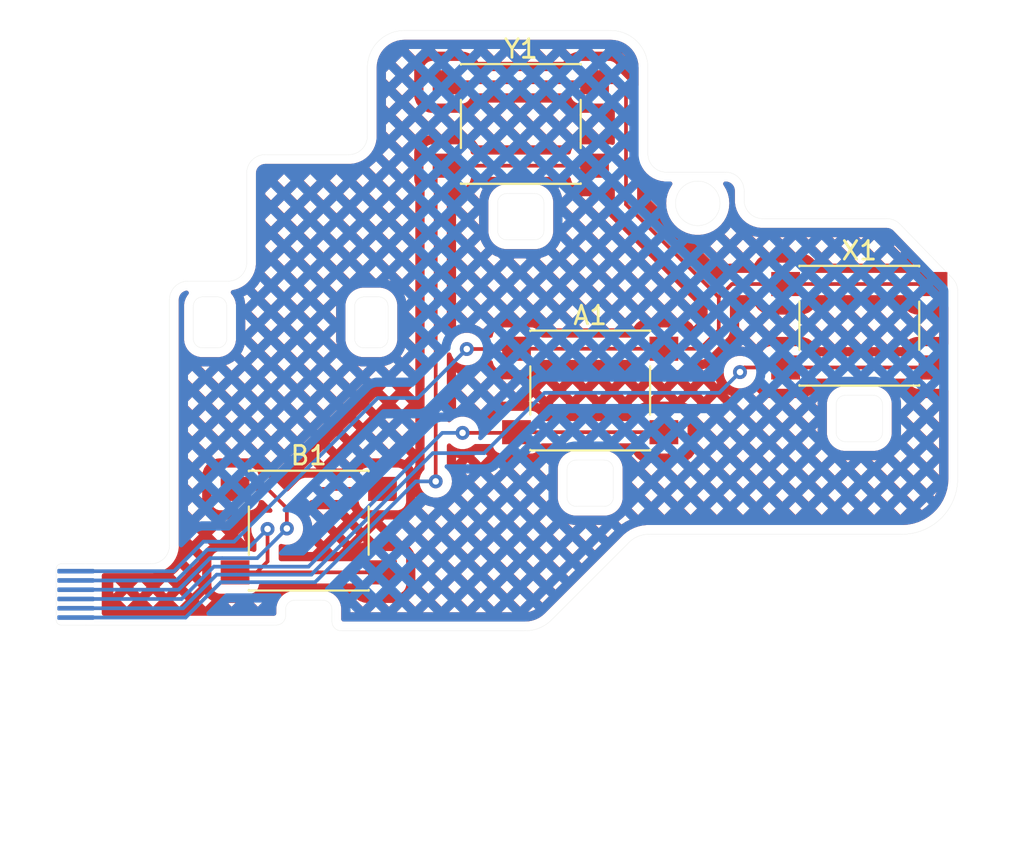
<source format=kicad_pcb>
(kicad_pcb (version 20240108) (generator "pcbnew") (generator_version "8.0")
  (layers (0 "F.Cu" signal) (31 "B.Cu" signal) (35 "F.Paste" user) (36 "B.SilkS" user "B.Silkscreen") (37 "F.SilkS" user "F.Silkscreen") (38 "B.Mask" user) (39 "F.Mask" user) (44 "Edge.Cuts" user))
  (net 0 "")
  (net 1 "X1")
  (net 2 "X2")
  (net 3 "X6")
  (net 4 "X5")
  (net 5 "X3")
  (net 6 "X4")
  (footprint "Button_Switch_SMD:SW_Push_1P1T_NO_6x6mm_H9.5mm" (layer "F.Cu") (at 89.598656 75.88414)
    (property "Reference" "B1" (at 0 -4.05 0) (layer "F.SilkS"))
    (property "Value" "SW_Push")
    (fp_line (start -3.23 -3.23) (end 3.23 -3.23) (stroke (width 0.12)) (layer "F.SilkS"))
    (fp_line (start -3.23 -3.2) (end -3.23 -3.23) (stroke (width 0.12)) (layer "F.SilkS"))
    (fp_line (start -3.23 -1.3) (end -3.23 1.3) (stroke (width 0.12)) (layer "F.SilkS"))
    (fp_line (start -3.23 3.23) (end -3.23 3.2) (stroke (width 0.12)) (layer "F.SilkS"))
    (fp_line (start -3.23 3.23) (end 3.23 3.23) (stroke (width 0.12)) (layer "F.SilkS"))
    (fp_line (start 3.23 -3.23) (end 3.23 -3.2) (stroke (width 0.12)) (layer "F.SilkS"))
    (fp_line (start 3.23 -1.3) (end 3.23 1.3) (stroke (width 0.12)) (layer "F.SilkS"))
    (fp_line (start 3.23 3.23) (end 3.23 3.2) (stroke (width 0.12)) (layer "F.SilkS"))
    (pad "1" smd rect (at -3.975 -2.25) (size 1.55 1.3) (layers "F.Cu" "F.Paste" "F.Mask") (net 3 "X6"))
    (pad "1" smd rect (at 3.975 -2.25) (size 1.55 1.3) (layers "F.Cu" "F.Paste" "F.Mask") (net 3 "X6"))
    (pad "2" smd rect (at -3.975 2.25) (size 1.55 1.3) (layers "F.Cu" "F.Paste" "F.Mask") (net 4 "X5"))
    (pad "2" smd rect (at 3.975 2.25) (size 1.55 1.3) (layers "F.Cu" "F.Paste" "F.Mask") (net 4 "X5"))
  )
  (footprint "Button_Switch_SMD:SW_Push_1P1T_NO_6x6mm_H9.5mm" (layer "F.Cu") (at 101.032875 53.954226)
    (property "Reference" "Y1" (at 0 -4.05 0) (layer "F.SilkS"))
    (property "Value" "SW_Push")
    (fp_line (start -3.23 -3.23) (end 3.23 -3.23) (stroke (width 0.12)) (layer "F.SilkS"))
    (fp_line (start -3.23 -3.2) (end -3.23 -3.23) (stroke (width 0.12)) (layer "F.SilkS"))
    (fp_line (start -3.23 -1.3) (end -3.23 1.3) (stroke (width 0.12)) (layer "F.SilkS"))
    (fp_line (start -3.23 3.23) (end -3.23 3.2) (stroke (width 0.12)) (layer "F.SilkS"))
    (fp_line (start -3.23 3.23) (end 3.23 3.23) (stroke (width 0.12)) (layer "F.SilkS"))
    (fp_line (start 3.23 -3.23) (end 3.23 -3.2) (stroke (width 0.12)) (layer "F.SilkS"))
    (fp_line (start 3.23 -1.3) (end 3.23 1.3) (stroke (width 0.12)) (layer "F.SilkS"))
    (fp_line (start 3.23 3.23) (end 3.23 3.2) (stroke (width 0.12)) (layer "F.SilkS"))
    (pad "1" smd rect (at -3.975 -2.25) (size 1.55 1.3) (layers "F.Cu" "F.Paste" "F.Mask") (net 1 "X1"))
    (pad "1" smd rect (at 3.975 -2.25) (size 1.55 1.3) (layers "F.Cu" "F.Paste" "F.Mask") (net 1 "X1"))
    (pad "2" smd rect (at -3.975 2.25) (size 1.55 1.3) (layers "F.Cu" "F.Paste" "F.Mask") (net 6 "X4"))
    (pad "2" smd rect (at 3.975 2.25) (size 1.55 1.3) (layers "F.Cu" "F.Paste" "F.Mask") (net 6 "X4"))
  )
  (footprint "Button_Switch_SMD:SW_Push_1P1T_NO_6x6mm_H9.5mm" (layer "F.Cu") (at 104.775 68.326)
    (property "Reference" "A1" (at 0 -4.05 0) (layer "F.SilkS"))
    (property "Value" "SW_Push")
    (fp_line (start -3.23 -3.23) (end 3.23 -3.23) (stroke (width 0.12)) (layer "F.SilkS"))
    (fp_line (start -3.23 -3.2) (end -3.23 -3.23) (stroke (width 0.12)) (layer "F.SilkS"))
    (fp_line (start -3.23 -1.3) (end -3.23 1.3) (stroke (width 0.12)) (layer "F.SilkS"))
    (fp_line (start -3.23 3.23) (end -3.23 3.2) (stroke (width 0.12)) (layer "F.SilkS"))
    (fp_line (start -3.23 3.23) (end 3.23 3.23) (stroke (width 0.12)) (layer "F.SilkS"))
    (fp_line (start 3.23 -3.23) (end 3.23 -3.2) (stroke (width 0.12)) (layer "F.SilkS"))
    (fp_line (start 3.23 -1.3) (end 3.23 1.3) (stroke (width 0.12)) (layer "F.SilkS"))
    (fp_line (start 3.23 3.23) (end 3.23 3.2) (stroke (width 0.12)) (layer "F.SilkS"))
    (pad "1" smd rect (at -3.975 -2.25) (size 1.55 1.3) (layers "F.Cu" "F.Paste" "F.Mask") (net 1 "X1"))
    (pad "1" smd rect (at 3.975 -2.25) (size 1.55 1.3) (layers "F.Cu" "F.Paste" "F.Mask") (net 1 "X1"))
    (pad "2" smd rect (at -3.975 2.25) (size 1.55 1.3) (layers "F.Cu" "F.Paste" "F.Mask") (net 2 "X2"))
    (pad "2" smd rect (at 3.975 2.25) (size 1.55 1.3) (layers "F.Cu" "F.Paste" "F.Mask") (net 2 "X2"))
  )
  (footprint "Button_Switch_SMD:SW_Push_1P1T_NO_6x6mm_H9.5mm" (layer "F.Cu") (at 119.28796 64.835602)
    (property "Reference" "X1" (at 0 -4.05 0) (layer "F.SilkS"))
    (property "Value" "SW_Push")
    (fp_line (start -3.23 -3.23) (end 3.23 -3.23) (stroke (width 0.12)) (layer "F.SilkS"))
    (fp_line (start -3.23 -3.2) (end -3.23 -3.23) (stroke (width 0.12)) (layer "F.SilkS"))
    (fp_line (start -3.23 -1.3) (end -3.23 1.3) (stroke (width 0.12)) (layer "F.SilkS"))
    (fp_line (start -3.23 3.23) (end -3.23 3.2) (stroke (width 0.12)) (layer "F.SilkS"))
    (fp_line (start -3.23 3.23) (end 3.23 3.23) (stroke (width 0.12)) (layer "F.SilkS"))
    (fp_line (start 3.23 -3.23) (end 3.23 -3.2) (stroke (width 0.12)) (layer "F.SilkS"))
    (fp_line (start 3.23 -1.3) (end 3.23 1.3) (stroke (width 0.12)) (layer "F.SilkS"))
    (fp_line (start 3.23 3.23) (end 3.23 3.2) (stroke (width 0.12)) (layer "F.SilkS"))
    (pad "1" smd rect (at -3.975 -2.25) (size 1.55 1.3) (layers "F.Cu" "F.Paste" "F.Mask") (net 1 "X1"))
    (pad "1" smd rect (at 3.975 -2.25) (size 1.55 1.3) (layers "F.Cu" "F.Paste" "F.Mask") (net 1 "X1"))
    (pad "2" smd rect (at -3.975 2.25) (size 1.55 1.3) (layers "F.Cu" "F.Paste" "F.Mask") (net 5 "X3"))
    (pad "2" smd rect (at 3.975 2.25) (size 1.55 1.3) (layers "F.Cu" "F.Paste" "F.Mask") (net 5 "X3"))
  )
  (footprint "ADU:molex_5034800640_ribbon" (layer "B.Cu") (at 77.5382 79.3202 90)
    (property "Reference" "PINS1" (hide yes))
    (property "Value" "503480-0640" (hide yes))
    (pad "1" connect roundrect (at 1.25 -0.5 90) (size 0.25 2) (layers "B.Cu" "B.Mask") (net 1 "X1"))
    (pad "2" connect roundrect (at 0.75 -0.5 90) (size 0.25 2) (layers "B.Cu" "B.Mask") (net 4 "X5"))
    (pad "3" connect roundrect (at 0.25 -0.5 90) (size 0.25 2) (layers "B.Cu" "B.Mask") (net 3 "X6"))
    (pad "4" connect roundrect (at -0.25 -0.5 90) (size 0.25 2) (layers "B.Cu" "B.Mask") (net 2 "X2"))
    (pad "5" connect roundrect (at -0.75 -0.5 90) (size 0.25 2) (layers "B.Cu" "B.Mask") (net 5 "X3"))
    (pad "6" connect roundrect (at -1.25 -0.5 90) (size 0.25 2) (layers "B.Cu" "B.Mask") (net 6 "X4"))
  )
  (gr_arc (start 75.98874 77.925921) (mid 76.063459 77.747596) (end 76.24298 77.675799) (stroke (width 0.01)) (layer "Edge.Cuts"))
  (gr_arc (start 88.348653 80.134121) (mid 88.495103 79.780587) (end 88.848653 79.634139) (stroke (width 0.01)) (layer "Edge.Cuts"))
  (gr_line (start 86.25107 61.430221) (end 86.25107 56.607021) (stroke (width 0.01)) (layer "Edge.Cuts"))
  (gr_line (start 102.282872 59.704221) (end 102.282872 58.199639) (stroke (width 0.01)) (layer "Edge.Cuts"))
  (gr_arc (start 93.374497 63.280039) (mid 93.72931 63.427757) (end 93.874465 63.783626) (stroke (width 0.01)) (layer "Edge.Cuts"))
  (gr_arc (start 92.074465 63.780021) (mid 92.220916 63.426492) (end 92.574465 63.280039) (stroke (width 0.01)) (layer "Edge.Cuts"))
  (gr_line (start 75.98874 80.722659) (end 75.98874 77.925921) (stroke (width 0.01)) (layer "Edge.Cuts"))
  (gr_arc (start 83.874497 66.030039) (mid 83.520931 65.883587) (end 83.374479 65.530021) (stroke (width 0.01)) (layer "Edge.Cuts"))
  (gr_line (start 83.874465 63.280039) (end 84.674497 63.280039) (stroke (width 0.01)) (layer "Edge.Cuts"))
  (gr_arc (start 103.524997 72.576021) (mid 103.671444 72.222468) (end 104.024997 72.076021) (stroke (width 0.01)) (layer "Edge.Cuts"))
  (gr_line (start 83.374465 65.530021) (end 83.374465 63.780021) (stroke (width 0.01)) (layer "Edge.Cuts"))
  (gr_arc (start 83.374465 63.780021) (mid 83.520916 63.426492) (end 83.874465 63.280039) (stroke (width 0.01)) (layer "Edge.Cuts"))
  (gr_arc (start 105.884997 48.91393) (mid 107.299204 49.499714) (end 107.884991 50.913921) (stroke (width 0.01)) (layer "Edge.Cuts"))
  (gr_arc (start 120.037997 68.585601) (mid 120.391522 68.732052) (end 120.537957 69.085601) (stroke (width 0.01)) (layer "Edge.Cuts"))
  (gr_arc (start 118.037957 69.085621) (mid 118.182838 68.733624) (end 118.533525 68.585601) (stroke (width 0.01)) (layer "Edge.Cuts"))
  (gr_arc (start 114.076097 59.058947) (mid 113.370296 58.767368) (end 113.076078 58.062662) (stroke (width 0.01)) (layer "Edge.Cuts"))
  (gr_arc (start 112.076097 56.555631) (mid 112.784609 56.849937) (end 113.076078 57.55962) (stroke (width 0.01)) (layer "Edge.Cuts"))
  (gr_line (start 93.367397 66.030039) (end 92.574497 66.030039) (stroke (width 0.01)) (layer "Edge.Cuts"))
  (gr_arc (start 106.865924 76.520848) (mid 107.352565 76.195685) (end 107.926597 76.081503) (stroke (width 0.01)) (layer "Edge.Cuts"))
  (gr_arc (start 86.25107 61.430221) (mid 85.958175 62.137318) (end 85.25107 62.43021) (stroke (width 0.01)) (layer "Edge.Cuts"))
  (gr_line (start 83.374479 65.530021) (end 83.374465 65.530021) (stroke (width 0.01)) (layer "Edge.Cuts"))
  (gr_arc (start 101.782897 57.704225) (mid 102.134824 57.849054) (end 102.282872 58.199639) (stroke (width 0.01)) (layer "Edge.Cuts"))
  (gr_line (start 92.074465 65.530021) (end 92.074465 63.780021) (stroke (width 0.01)) (layer "Edge.Cuts"))
  (gr_arc (start 99.782872 58.204221) (mid 99.927427 57.852559) (end 100.277512 57.704225) (stroke (width 0.01)) (layer "Edge.Cuts"))
  (gr_arc (start 92.759692 54.607021) (mid 92.468298 55.312623) (end 91.763939 55.607006) (stroke (width 0.01)) (layer "Edge.Cuts"))
  (gr_line (start 76.24298 77.675799) (end 77.56874 77.675799) (stroke (width 0.01)) (layer "Edge.Cuts"))
  (gr_arc (start 102.282872 59.704221) (mid 102.13932 60.054828) (end 101.791163 60.204225) (stroke (width 0.01)) (layer "Edge.Cuts"))
  (gr_line (start 118.538097 71.085601) (end 120.037957 71.085601) (stroke (width 0.01)) (layer "Edge.Cuts"))
  (gr_line (start 104.024997 74.575999) (end 105.529687 74.575999) (stroke (width 0.01)) (layer "Edge.Cuts"))
  (gr_arc (start 82.08701 76.675841) (mid 81.794114 77.382931) (end 81.08701 77.675799) (stroke (width 0.01)) (layer "Edge.Cuts"))
  (gr_line (start 101.263116 81.285758) (end 91.348697 81.285758) (stroke (width 0.01)) (layer "Edge.Cuts"))
  (gr_line (start 77.56874 77.675799) (end 81.08701 77.675799) (stroke (width 0.01)) (layer "Edge.Cuts"))
  (gr_line (start 94.76718 48.91393) (end 105.884997 48.91393) (stroke (width 0.01)) (layer "Edge.Cuts"))
  (gr_line (start 121.490696 59.366811) (end 124.309198 62.272708) (stroke (width 0.01)) (layer "Edge.Cuts"))
  (gr_arc (start 92.759692 50.913921) (mid 93.348128 49.497061) (end 94.76718 48.91393) (stroke (width 0.01)) (layer "Edge.Cuts"))
  (gr_arc (start 118.538097 71.085601) (mid 118.186695 70.941366) (end 118.037957 70.591845) (stroke (width 0.01)) (layer "Edge.Cuts"))
  (gr_line (start 82.08701 76.675841) (end 82.08701 63.430221) (stroke (width 0.01)) (layer "Edge.Cuts"))
  (gr_arc (start 108.884997 56.555631) (mid 108.177883 56.262735) (end 107.884991 55.555621) (stroke (width 0.01)) (layer "Edge.Cuts"))
  (gr_line (start 101.782897 57.704225) (end 100.277512 57.704225) (stroke (width 0.01)) (layer "Edge.Cuts"))
  (gr_line (start 83.08701 62.43021) (end 85.25107 62.43021) (stroke (width 0.01)) (layer "Edge.Cuts"))
  (gr_line (start 105.524997 72.075999) (end 104.024997 72.075999) (stroke (width 0.01)) (layer "Edge.Cuts"))
  (gr_line (start 103.524997 72.576021) (end 103.524997 74.075999) (stroke (width 0.01)) (layer "Edge.Cuts"))
  (gr_line (start 90.84866 80.785721) (end 90.848653 80.785721) (stroke (width 0.01)) (layer "Edge.Cuts"))
  (gr_line (start 106.024997 74.076021) (end 106.024997 72.571439) (stroke (width 0.01)) (layer "Edge.Cuts"))
  (gr_line (start 124.591331 62.977865) (end 124.591331 73.081561) (stroke (width 0.01)) (layer "Edge.Cuts"))
  (gr_arc (start 105.524997 72.075999) (mid 105.876942 72.220836) (end 106.024997 72.571439) (stroke (width 0.01)) (layer "Edge.Cuts"))
  (gr_arc (start 124.309198 62.272708) (mid 124.519789 62.597468) (end 124.591331 62.977865) (stroke (width 0.01)) (layer "Edge.Cuts"))
  (gr_line (start 107.926597 76.081503) (end 107.926597 76.081496) (stroke (width 0.01)) (layer "Edge.Cuts"))
  (gr_arc (start 91.348697 81.285758) (mid 90.995117 81.139301) (end 90.84866 80.785721) (stroke (width 0.01)) (layer "Edge.Cuts"))
  (gr_line (start 88.348653 80.134121) (end 88.348653 80.475821) (stroke (width 0.01)) (layer "Edge.Cuts"))
  (gr_arc (start 90.348697 79.634139) (mid 90.700431 79.778782) (end 90.848653 80.129023) (stroke (width 0.01)) (layer "Edge.Cuts"))
  (gr_arc (start 85.174465 65.530021) (mid 85.025486 65.886059) (end 84.667397 66.030039) (stroke (width 0.01)) (layer "Edge.Cuts"))
  (gr_line (start 100.282897 60.204225) (end 101.791163 60.204225) (stroke (width 0.01)) (layer "Edge.Cuts"))
  (gr_line (start 90.848653 80.785721) (end 90.848653 80.129023) (stroke (width 0.01)) (layer "Edge.Cuts"))
  (gr_arc (start 76.238697 80.975799) (mid 76.060821 80.901461) (end 75.98874 80.722659) (stroke (width 0.01)) (layer "Edge.Cuts"))
  (gr_arc (start 120.768897 59.058947) (mid 121.161259 59.139121) (end 121.490696 59.366811) (stroke (width 0.01)) (layer "Edge.Cuts"))
  (gr_line (start 121.591397 76.081496) (end 107.926597 76.081496) (stroke (width 0.01)) (layer "Edge.Cuts"))
  (gr_arc (start 93.874465 65.530021) (mid 93.725486 65.886059) (end 93.367397 66.030039) (stroke (width 0.01)) (layer "Edge.Cuts"))
  (gr_line (start 106.865924 76.520848) (end 102.686824 80.699948) (stroke (width 0.01)) (layer "Edge.Cuts"))
  (gr_line (start 120.037997 68.585601) (end 118.533525 68.585601) (stroke (width 0.01)) (layer "Edge.Cuts"))
  (gr_arc (start 102.686824 80.699948) (mid 102.033584 81.135297) (end 101.263116 81.285758) (stroke (width 0.01)) (layer "Edge.Cuts"))
  (gr_arc (start 100.282897 60.204225) (mid 99.929341 60.057777) (end 99.782893 59.704221) (stroke (width 0.01)) (layer "Edge.Cuts"))
  (gr_line (start 118.037957 69.085621) (end 118.037957 70.591845) (stroke (width 0.01)) (layer "Edge.Cuts"))
  (gr_arc (start 106.024997 74.076021) (mid 105.880205 74.427912) (end 105.529687 74.575999) (stroke (width 0.01)) (layer "Edge.Cuts"))
  (gr_line (start 99.782893 59.704221) (end 99.782872 59.704221) (stroke (width 0.01)) (layer "Edge.Cuts"))
  (gr_circle (center 110.574997 58.235999) (end 111.774997 58.235999) (stroke (width 0.01)) (fill none) (layer "Edge.Cuts"))
  (gr_arc (start 86.25107 56.607021) (mid 86.545705 55.898165) (end 87.255996 55.607006) (stroke (width 0.01)) (layer "Edge.Cuts"))
  (gr_line (start 99.782872 58.204221) (end 99.782872 59.704221) (stroke (width 0.01)) (layer "Edge.Cuts"))
  (gr_line (start 85.174465 63.783626) (end 85.174465 65.530021) (stroke (width 0.01)) (layer "Edge.Cuts"))
  (gr_line (start 87.848653 80.975799) (end 77.56874 80.975799) (stroke (width 0.01)) (layer "Edge.Cuts"))
  (gr_line (start 107.884991 50.913921) (end 107.884991 55.555621) (stroke (width 0.01)) (layer "Edge.Cuts"))
  (gr_arc (start 88.348653 80.475821) (mid 88.202204 80.829359) (end 87.848653 80.975799) (stroke (width 0.01)) (layer "Edge.Cuts"))
  (gr_line (start 90.348697 79.634139) (end 88.848653 79.634139) (stroke (width 0.01)) (layer "Edge.Cuts"))
  (gr_arc (start 104.024997 74.575999) (mid 103.671451 74.429551) (end 103.524997 74.075999) (stroke (width 0.01)) (layer "Edge.Cuts"))
  (gr_line (start 93.874465 63.783626) (end 93.874465 65.530021) (stroke (width 0.01)) (layer "Edge.Cuts"))
  (gr_line (start 92.574465 63.280039) (end 93.374497 63.280039) (stroke (width 0.01)) (layer "Edge.Cuts"))
  (gr_line (start 104.024997 72.076021) (end 104.024997 72.075999) (stroke (width 0.01)) (layer "Edge.Cuts"))
  (gr_arc (start 92.574497 66.030039) (mid 92.220931 65.883587) (end 92.074479 65.530021) (stroke (width 0.01)) (layer "Edge.Cuts"))
  (gr_line (start 114.076097 59.058947) (end 120.768897 59.058947) (stroke (width 0.01)) (layer "Edge.Cuts"))
  (gr_arc (start 84.674497 63.280039) (mid 85.02931 63.427757) (end 85.174465 63.783626) (stroke (width 0.01)) (layer "Edge.Cuts"))
  (gr_line (start 108.884997 56.555631) (end 112.076097 56.555631) (stroke (width 0.01)) (layer "Edge.Cuts"))
  (gr_arc (start 82.08701 63.430221) (mid 82.379904 62.723119) (end 83.08701 62.43021) (stroke (width 0.01)) (layer "Edge.Cuts"))
  (gr_arc (start 120.537957 70.585621) (mid 120.391508 70.93916) (end 120.037957 71.085601) (stroke (width 0.01)) (layer "Edge.Cuts"))
  (gr_line (start 92.759692 54.607021) (end 92.759692 50.913921) (stroke (width 0.01)) (layer "Edge.Cuts"))
  (gr_arc (start 124.591331 73.081561) (mid 123.712671 75.202835) (end 121.591397 76.081496) (stroke (width 0.01)) (layer "Edge.Cuts"))
  (gr_line (start 84.667397 66.030039) (end 83.874497 66.030039) (stroke (width 0.01)) (layer "Edge.Cuts"))
  (gr_line (start 120.537957 70.585621) (end 120.537957 69.085601) (stroke (width 0.01)) (layer "Edge.Cuts"))
  (gr_line (start 92.074479 65.530021) (end 92.074465 65.530021) (stroke (width 0.01)) (layer "Edge.Cuts"))
  (gr_line (start 87.255996 55.607006) (end 91.763939 55.607006) (stroke (width 0.01)) (layer "Edge.Cuts"))
  (gr_line (start 113.076078 57.55962) (end 113.076078 58.062662) (stroke (width 0.01)) (layer "Edge.Cuts"))
  (gr_line (start 77.56874 80.975799) (end 76.238697 80.975799) (stroke (width 0.01)) (layer "Edge.Cuts"))
  (segment (start 111.7092 63.2968) (end 112.420398 62.585602) (width 0.2) (layer "F.Cu") (net 1))
  (segment (start 112.420398 62.585602) (end 115.31296 62.585602) (width 0.2) (layer "F.Cu") (net 1))
  (segment (start 100.8 66.076) (end 108.75 66.076) (width 0.2) (layer "F.Cu") (net 1))
  (segment (start 105.007875 51.704226) (end 106.060226 51.704226) (width 0.2) (layer "F.Cu") (net 1))
  (segment (start 111.7092 65.0748) (end 111.7092 63.2968) (width 0.2) (layer "F.Cu") (net 1))
  (segment (start 100.7852 66.0908) (end 100.8 66.076) (width 0.2) (layer "F.Cu") (net 1))
  (segment (start 106.7054 52.3494) (end 106.7054 58.293) (width 0.2) (layer "F.Cu") (net 1))
  (segment (start 106.060226 51.704226) (end 106.7054 52.3494) (width 0.2) (layer "F.Cu") (net 1))
  (segment (start 106.7054 58.293) (end 111.7092 63.2968) (width 0.2) (layer "F.Cu") (net 1))
  (segment (start 115.31296 62.585602) (end 123.26296 62.585602) (width 0.2) (layer "F.Cu") (net 1))
  (segment (start 97.057875 51.704226) (end 105.007875 51.704226) (width 0.2) (layer "F.Cu") (net 1))
  (segment (start 98.1202 66.0908) (end 100.7852 66.0908) (width 0.2) (layer "F.Cu") (net 1))
  (segment (start 108.75 66.076) (end 110.708 66.076) (width 0.2) (layer "F.Cu") (net 1))
  (segment (start 110.708 66.076) (end 111.7092 65.0748) (width 0.2) (layer "F.Cu") (net 1))
  (via (at 98.1202 66.0908) (size 0.75) (drill 0.35) (layers "F.Cu" "B.Cu") (net 1))
  (segment (start 83.9216 76.4794) (end 85.5726 76.4794) (width 0.2) (layer "B.Cu") (net 1))
  (segment (start 95.4786 68.7324) (end 98.1202 66.0908) (width 0.2) (layer "B.Cu") (net 1))
  (segment (start 93.3196 68.7324) (end 95.4786 68.7324) (width 0.2) (layer "B.Cu") (net 1))
  (segment (start 77.0382 78.0702) (end 82.3308 78.0702) (width 0.2) (layer "B.Cu") (net 1))
  (segment (start 85.5726 76.4794) (end 93.3196 68.7324) (width 0.2) (layer "B.Cu") (net 1))
  (segment (start 82.3308 78.0702) (end 83.9216 76.4794) (width 0.2) (layer "B.Cu") (net 1))
  (segment (start 100.764 70.612) (end 100.8 70.576) (width 0.2) (layer "F.Cu") (net 2))
  (segment (start 108.75 70.576) (end 100.8 70.576) (width 0.2) (layer "F.Cu") (net 2))
  (segment (start 97.8916 70.612) (end 100.764 70.612) (width 0.2) (layer "F.Cu") (net 2))
  (via (at 97.8916 70.612) (size 0.75) (drill 0.35) (layers "F.Cu" "B.Cu") (net 2))
  (segment (start 77.0382 79.5702) (end 82.7358 79.5702) (width 0.2) (layer "B.Cu") (net 2))
  (segment (start 82.7358 79.5702) (end 83.2104 79.0956) (width 0.2) (layer "B.Cu") (net 2))
  (segment (start 90.7034 76.708) (end 96.7994 70.612) (width 0.2) (layer "B.Cu") (net 2))
  (segment (start 96.7994 70.612) (end 97.8916 70.612) (width 0.2) (layer "B.Cu") (net 2))
  (segment (start 83.2104 79.0956) (end 84.4804 77.8256) (width 0.2) (layer "B.Cu") (net 2))
  (segment (start 84.4804 77.8256) (end 85.0392 77.8256) (width 0.2) (layer "B.Cu") (net 2))
  (segment (start 89.5858 77.8256) (end 90.7034 76.708) (width 0.2) (layer "B.Cu") (net 2))
  (segment (start 85.0392 77.8256) (end 89.5858 77.8256) (width 0.2) (layer "B.Cu") (net 2))
  (segment (start 93.573656 73.63414) (end 89.45926 73.63414) (width 0.2) (layer "F.Cu") (net 3))
  (segment (start 87.37554 73.63414) (end 85.623656 73.63414) (width 0.2) (layer "F.Cu") (net 3))
  (segment (start 89.45926 73.63414) (end 88.4174 74.676) (width 0.2) (layer "F.Cu") (net 3))
  (segment (start 88.4174 74.676) (end 87.37554 73.63414) (width 0.2) (layer "F.Cu") (net 3))
  (segment (start 88.4174 75.7682) (end 88.4174 74.676) (width 0.2) (layer "F.Cu") (net 3))
  (via (at 88.4174 75.7682) (size 0.75) (drill 0.35) (layers "F.Cu" "B.Cu") (net 3))
  (segment (start 84.2772 77.3684) (end 84.9376 77.3684) (width 0.2) (layer "B.Cu") (net 3))
  (segment (start 77.0382 79.0702) (end 82.5754 79.0702) (width 0.2) (layer "B.Cu") (net 3))
  (segment (start 83.1596 78.486) (end 84.2772 77.3684) (width 0.2) (layer "B.Cu") (net 3))
  (segment (start 84.9376 77.3684) (end 86.8172 77.3684) (width 0.2) (layer "B.Cu") (net 3))
  (segment (start 86.8172 77.3684) (end 88.4174 75.7682) (width 0.2) (layer "B.Cu") (net 3))
  (segment (start 82.5754 79.0702) (end 83.1596 78.486) (width 0.2) (layer "B.Cu") (net 3))
  (segment (start 87.376 77.5462) (end 86.78806 78.13414) (width 0.2) (layer "F.Cu") (net 4))
  (segment (start 93.573656 78.13414) (end 86.78806 78.13414) (width 0.2) (layer "F.Cu") (net 4))
  (segment (start 87.376 75.7936) (end 87.376 77.5462) (width 0.2) (layer "F.Cu") (net 4))
  (segment (start 86.78806 78.13414) (end 85.623656 78.13414) (width 0.2) (layer "F.Cu") (net 4))
  (via (at 87.376 75.7936) (size 0.75) (drill 0.35) (layers "F.Cu" "B.Cu") (net 4))
  (segment (start 77.0382 78.5702) (end 82.4658 78.5702) (width 0.2) (layer "B.Cu") (net 4))
  (segment (start 86.2584 76.9112) (end 87.376 75.7936) (width 0.2) (layer "B.Cu") (net 4))
  (segment (start 84.1248 76.9112) (end 84.582 76.9112) (width 0.2) (layer "B.Cu") (net 4))
  (segment (start 84.582 76.9112) (end 86.2584 76.9112) (width 0.2) (layer "B.Cu") (net 4))
  (segment (start 82.9564 78.0796) (end 84.1248 76.9112) (width 0.2) (layer "B.Cu") (net 4))
  (segment (start 82.4658 78.5702) (end 82.9564 78.0796) (width 0.2) (layer "B.Cu") (net 4))
  (segment (start 113.101998 67.085602) (end 115.31296 67.085602) (width 0.2) (layer "F.Cu") (net 5))
  (segment (start 112.8522 67.3354) (end 113.101998 67.085602) (width 0.2) (layer "F.Cu") (net 5))
  (segment (start 123.26296 67.085602) (end 115.31296 67.085602) (width 0.2) (layer "F.Cu") (net 5))
  (via (at 112.8522 67.3354) (size 0.75) (drill 0.35) (layers "F.Cu" "B.Cu") (net 5))
  (segment (start 111.7346 68.453) (end 112.8522 67.3354) (width 0.2) (layer "B.Cu") (net 5))
  (segment (start 111.5314 68.453) (end 111.7346 68.453) (width 0.2) (layer "B.Cu") (net 5))
  (segment (start 85.6996 78.2574) (end 89.7382 78.2574) (width 0.2) (layer "B.Cu") (net 5))
  (segment (start 90.4494 77.5462) (end 96.2914 71.7042) (width 0.2) (layer "B.Cu") (net 5))
  (segment (start 82.82 80.0702) (end 83.2612 79.629) (width 0.2) (layer "B.Cu") (net 5))
  (segment (start 98.1964 71.7042) (end 99.06 71.7042) (width 0.2) (layer "B.Cu") (net 5))
  (segment (start 96.2914 71.7042) (end 98.1964 71.7042) (width 0.2) (layer "B.Cu") (net 5))
  (segment (start 89.7382 78.2574) (end 90.4494 77.5462) (width 0.2) (layer "B.Cu") (net 5))
  (segment (start 84.6328 78.2574) (end 85.6996 78.2574) (width 0.2) (layer "B.Cu") (net 5))
  (segment (start 102.3112 68.453) (end 111.5314 68.453) (width 0.2) (layer "B.Cu") (net 5))
  (segment (start 99.06 71.7042) (end 100.1776 70.5866) (width 0.2) (layer "B.Cu") (net 5))
  (segment (start 83.2612 79.629) (end 84.6328 78.2574) (width 0.2) (layer "B.Cu") (net 5))
  (segment (start 100.1776 70.5866) (end 102.3112 68.453) (width 0.2) (layer "B.Cu") (net 5))
  (segment (start 77.0382 80.0702) (end 82.82 80.0702) (width 0.2) (layer "B.Cu") (net 5))
  (segment (start 96.4438 56.818301) (end 97.057875 56.204226) (width 0.2) (layer "F.Cu") (net 6))
  (segment (start 96.4438 73.2282) (end 96.4438 56.818301) (width 0.2) (layer "F.Cu") (net 6))
  (segment (start 105.007875 56.204226) (end 97.057875 56.204226) (width 0.2) (layer "F.Cu") (net 6))
  (via (at 96.4438 73.2282) (size 0.75) (drill 0.35) (layers "F.Cu" "B.Cu") (net 6))
  (segment (start 77.0382 80.5702) (end 82.955 80.5702) (width 0.2) (layer "B.Cu") (net 6))
  (segment (start 83.4898 80.0354) (end 84.8614 78.6638) (width 0.2) (layer "B.Cu") (net 6))
  (segment (start 95.377 73.2282) (end 96.4438 73.2282) (width 0.2) (layer "B.Cu") (net 6))
  (segment (start 82.955 80.5702) (end 83.4898 80.0354) (width 0.2) (layer "B.Cu") (net 6))
  (segment (start 84.8614 78.6638) (end 85.8012 78.6638) (width 0.2) (layer "B.Cu") (net 6))
  (segment (start 89.9414 78.6638) (end 90.6272 77.978) (width 0.2) (layer "B.Cu") (net 6))
  (segment (start 85.8012 78.6638) (end 89.9414 78.6638) (width 0.2) (layer "B.Cu") (net 6))
  (segment (start 90.6272 77.978) (end 95.377 73.2282) (width 0.2) (layer "B.Cu") (net 6))
  (zone (net 0) (net_name "") (layers "F&B.Cu") (name "FILL") (connect_pads (clearance 0.5)) (min_thickness 0.25) (fill yes (mode hatch) (thermal_gap 0.5) (thermal_bridge_width 0.5) (island_removal_mode 1) (island_area_min 10) (hatch_thickness 0.5) (hatch_gap 0.5) (hatch_orientation 45) (hatch_border_algorithm hatch_thickness) (hatch_min_hole_area 0.3))
    (polygon (pts (xy 78.1558 47.752) (xy 128.1684 47.2694) (xy 127.6096 81.6102) (xy 78.4352 81.3816) (xy 78.4352 77.1906)))
  )
)
</source>
